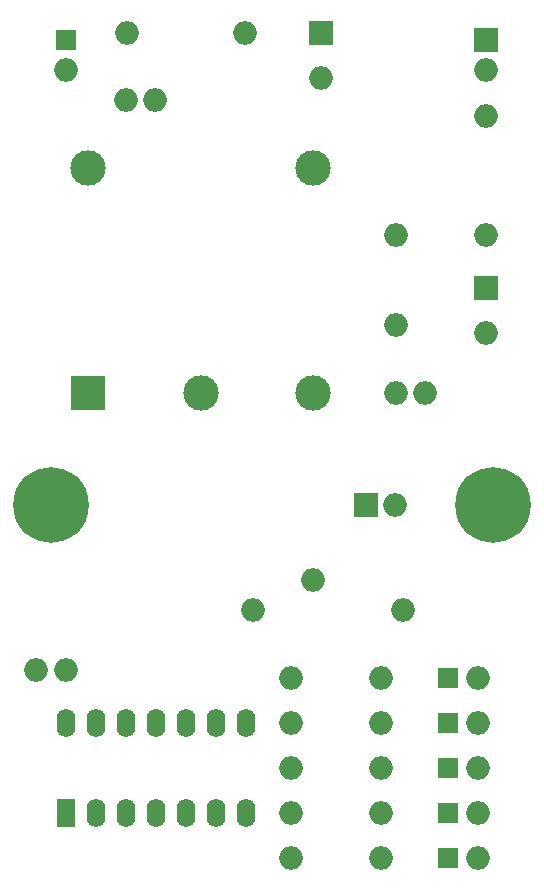
<source format=gbr>
%TF.GenerationSoftware,KiCad,Pcbnew,8.0.1*%
%TF.CreationDate,2024-04-07T15:16:42+02:00*%
%TF.ProjectId,fy6900-ocxo,66793639-3030-42d6-9f63-786f2e6b6963,rev?*%
%TF.SameCoordinates,Original*%
%TF.FileFunction,Soldermask,Bot*%
%TF.FilePolarity,Negative*%
%FSLAX46Y46*%
G04 Gerber Fmt 4.6, Leading zero omitted, Abs format (unit mm)*
G04 Created by KiCad (PCBNEW 8.0.1) date 2024-04-07 15:16:42*
%MOMM*%
%LPD*%
G01*
G04 APERTURE LIST*
%ADD10O,2.000000X2.000000*%
%ADD11R,1.700000X1.700000*%
%ADD12R,3.000000X3.000000*%
%ADD13C,3.000000*%
%ADD14R,2.000000X2.000000*%
%ADD15C,6.400000*%
%ADD16R,1.600000X2.400000*%
%ADD17O,1.600000X2.400000*%
G04 APERTURE END LIST*
D10*
%TO.C,C5*%
X118745000Y-80010000D03*
X121245000Y-80010000D03*
%TD*%
%TO.C,L1*%
X118825000Y-74295000D03*
X128825000Y-74295000D03*
%TD*%
%TO.C,R5*%
X132720000Y-128905000D03*
X140340000Y-128905000D03*
%TD*%
%TO.C,R6*%
X132720000Y-144145000D03*
X140340000Y-144145000D03*
%TD*%
%TO.C,RV1*%
X142240000Y-123190000D03*
X134620000Y-120650000D03*
X129540000Y-123190000D03*
%TD*%
D11*
%TO.C,J5*%
X146050000Y-128905000D03*
D10*
X148590000Y-128905000D03*
%TD*%
D11*
%TO.C,J1*%
X113665000Y-74930000D03*
D10*
X113665000Y-77470000D03*
%TD*%
%TO.C,R3*%
X132720000Y-140335000D03*
X140340000Y-140335000D03*
%TD*%
%TO.C,C3*%
X141605000Y-104775000D03*
X144105000Y-104775000D03*
%TD*%
D11*
%TO.C,J2*%
X146050000Y-136525000D03*
D10*
X148590000Y-136525000D03*
%TD*%
D11*
%TO.C,J4*%
X146045000Y-132715000D03*
D10*
X148585000Y-132715000D03*
%TD*%
D12*
%TO.C,X1*%
X115570000Y-104775000D03*
D13*
X125095000Y-104775000D03*
X134620000Y-104775000D03*
X134620000Y-85725000D03*
X115570000Y-85725000D03*
%TD*%
D14*
%TO.C,C2*%
X139065000Y-114300000D03*
D10*
X141565000Y-114300000D03*
%TD*%
D14*
%TO.C,J7*%
X149225000Y-74930000D03*
D10*
X149225000Y-77470000D03*
%TD*%
%TO.C,C1*%
X113665000Y-128270000D03*
X111165000Y-128270000D03*
%TD*%
D15*
%TO.C,REF\u002A\u002A*%
X149860000Y-114300000D03*
%TD*%
D10*
%TO.C,R4*%
X132720000Y-132715000D03*
X140340000Y-132715000D03*
%TD*%
D14*
%TO.C,C4*%
X135255000Y-74295000D03*
D10*
X135255000Y-78095000D03*
%TD*%
D14*
%TO.C,C6*%
X149225000Y-95885000D03*
D10*
X149225000Y-99685000D03*
%TD*%
%TO.C,R2*%
X132720000Y-136525000D03*
X140340000Y-136525000D03*
%TD*%
%TO.C,R1*%
X141605000Y-91440000D03*
X141605000Y-99060000D03*
%TD*%
D11*
%TO.C,J3*%
X146050000Y-140335000D03*
D10*
X148590000Y-140335000D03*
%TD*%
D16*
%TO.C,U1*%
X113665000Y-140350000D03*
D17*
X116205000Y-140350000D03*
X118745000Y-140350000D03*
X121285000Y-140350000D03*
X123825000Y-140350000D03*
X126365000Y-140350000D03*
X128905000Y-140350000D03*
X128905000Y-132730000D03*
X126365000Y-132730000D03*
X123825000Y-132730000D03*
X121285000Y-132730000D03*
X118745000Y-132730000D03*
X116205000Y-132730000D03*
X113665000Y-132730000D03*
%TD*%
D10*
%TO.C,L2*%
X149225000Y-81360000D03*
X149225000Y-91360000D03*
%TD*%
D11*
%TO.C,J6*%
X146050000Y-144145000D03*
D10*
X148590000Y-144145000D03*
%TD*%
D15*
%TO.C,REF\u002A\u002A*%
X112395000Y-114300000D03*
%TD*%
M02*

</source>
